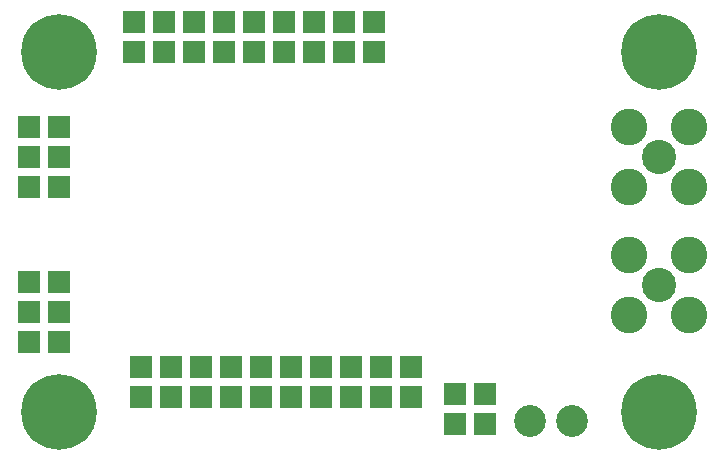
<source format=gbr>
%TF.GenerationSoftware,KiCad,Pcbnew,6.0.4-6f826c9f35~116~ubuntu20.04.1*%
%TF.CreationDate,2022-04-06T12:57:51+00:00*%
%TF.ProjectId,ISM01A,49534d30-3141-42e6-9b69-6361645f7063,REV*%
%TF.SameCoordinates,Original*%
%TF.FileFunction,Soldermask,Top*%
%TF.FilePolarity,Negative*%
%FSLAX46Y46*%
G04 Gerber Fmt 4.6, Leading zero omitted, Abs format (unit mm)*
G04 Created by KiCad (PCBNEW 6.0.4-6f826c9f35~116~ubuntu20.04.1) date 2022-04-06 12:57:51*
%MOMM*%
%LPD*%
G01*
G04 APERTURE LIST*
G04 Aperture macros list*
%AMRoundRect*
0 Rectangle with rounded corners*
0 $1 Rounding radius*
0 $2 $3 $4 $5 $6 $7 $8 $9 X,Y pos of 4 corners*
0 Add a 4 corners polygon primitive as box body*
4,1,4,$2,$3,$4,$5,$6,$7,$8,$9,$2,$3,0*
0 Add four circle primitives for the rounded corners*
1,1,$1+$1,$2,$3*
1,1,$1+$1,$4,$5*
1,1,$1+$1,$6,$7*
1,1,$1+$1,$8,$9*
0 Add four rect primitives between the rounded corners*
20,1,$1+$1,$2,$3,$4,$5,0*
20,1,$1+$1,$4,$5,$6,$7,0*
20,1,$1+$1,$6,$7,$8,$9,0*
20,1,$1+$1,$8,$9,$2,$3,0*%
G04 Aperture macros list end*
%ADD10RoundRect,0.199999X0.762000X-0.762000X0.762000X0.762000X-0.762000X0.762000X-0.762000X-0.762000X0*%
%ADD11RoundRect,0.199999X0.762000X0.762000X-0.762000X0.762000X-0.762000X-0.762000X0.762000X-0.762000X0*%
%ADD12RoundRect,0.199999X-0.762000X-0.762000X0.762000X-0.762000X0.762000X0.762000X-0.762000X0.762000X0*%
%ADD13RoundRect,0.199999X-0.762000X0.762000X-0.762000X-0.762000X0.762000X-0.762000X0.762000X0.762000X0*%
%ADD14C,6.399998*%
%ADD15C,2.899998*%
%ADD16C,3.099998*%
%ADD17C,2.700000*%
G04 APERTURE END LIST*
D10*
%TO.C,J17*%
X34925000Y6350000D03*
X34925000Y8890000D03*
%TD*%
D11*
%TO.C,J24*%
X41148000Y4064000D03*
X41148000Y6604000D03*
%TD*%
%TO.C,J25*%
X38608000Y4064000D03*
X38608000Y6604000D03*
%TD*%
D12*
%TO.C,J1*%
X2540000Y29210000D03*
X5080000Y29210000D03*
X2540000Y26670000D03*
X5080000Y26670000D03*
X2540000Y24130000D03*
X5080000Y24130000D03*
%TD*%
%TO.C,J4*%
X2540000Y16129000D03*
X5080000Y16129000D03*
X2540000Y13589000D03*
X5080000Y13589000D03*
X2540000Y11049000D03*
X5080000Y11049000D03*
%TD*%
D10*
%TO.C,J10*%
X24765000Y6350000D03*
X24765000Y8890000D03*
%TD*%
D13*
%TO.C,J11*%
X19685000Y8890000D03*
X19685000Y6350000D03*
%TD*%
D10*
%TO.C,J12*%
X17145000Y6350000D03*
X17145000Y8890000D03*
%TD*%
D13*
%TO.C,J13*%
X14605000Y8890000D03*
X14605000Y6350000D03*
%TD*%
%TO.C,J14*%
X12065000Y8890000D03*
X12065000Y6350000D03*
%TD*%
D10*
%TO.C,J19*%
X27305000Y6350000D03*
X27305000Y8890000D03*
%TD*%
%TO.C,J20*%
X32385000Y6350000D03*
X32385000Y8890000D03*
%TD*%
%TO.C,J21*%
X29845000Y6350000D03*
X29845000Y8890000D03*
%TD*%
D14*
%TO.C,M1*%
X5080000Y35560000D03*
%TD*%
%TO.C,M2*%
X55880000Y5080000D03*
%TD*%
%TO.C,M3*%
X5080000Y5080000D03*
%TD*%
%TO.C,M4*%
X55880000Y35560000D03*
%TD*%
D15*
%TO.C,J3*%
X55880000Y26670000D03*
D16*
X53340000Y29210000D03*
X58420000Y24130000D03*
X58420000Y29210000D03*
X53340000Y24130000D03*
%TD*%
D10*
%TO.C,J26*%
X22225000Y6350000D03*
X22225000Y8890000D03*
%TD*%
%TO.C,J8*%
X24130000Y35560000D03*
X24130000Y38100000D03*
%TD*%
%TO.C,J7*%
X21590000Y35560000D03*
X21590000Y38100000D03*
%TD*%
%TO.C,J6*%
X19050000Y35560000D03*
X19050000Y38100000D03*
%TD*%
%TO.C,J9*%
X26670000Y35560000D03*
X26670000Y38100000D03*
%TD*%
%TO.C,J18*%
X16510000Y35560000D03*
X16510000Y38100000D03*
%TD*%
%TO.C,J22*%
X29210000Y35560000D03*
X29210000Y38100000D03*
%TD*%
%TO.C,J16*%
X13970000Y35560000D03*
X13970000Y38100000D03*
%TD*%
%TO.C,J15*%
X11430000Y35560000D03*
X11430000Y38100000D03*
%TD*%
%TO.C,J23*%
X31750000Y35560000D03*
X31750000Y38100000D03*
%TD*%
D15*
%TO.C,J2*%
X55880000Y15875000D03*
D16*
X53340000Y18415000D03*
X58420000Y13335000D03*
X53340000Y13335000D03*
X58420000Y18415000D03*
%TD*%
D17*
%TO.C,D3*%
X44958000Y4318000D03*
%TD*%
%TO.C,D2*%
X48514000Y4318000D03*
%TD*%
M02*

</source>
